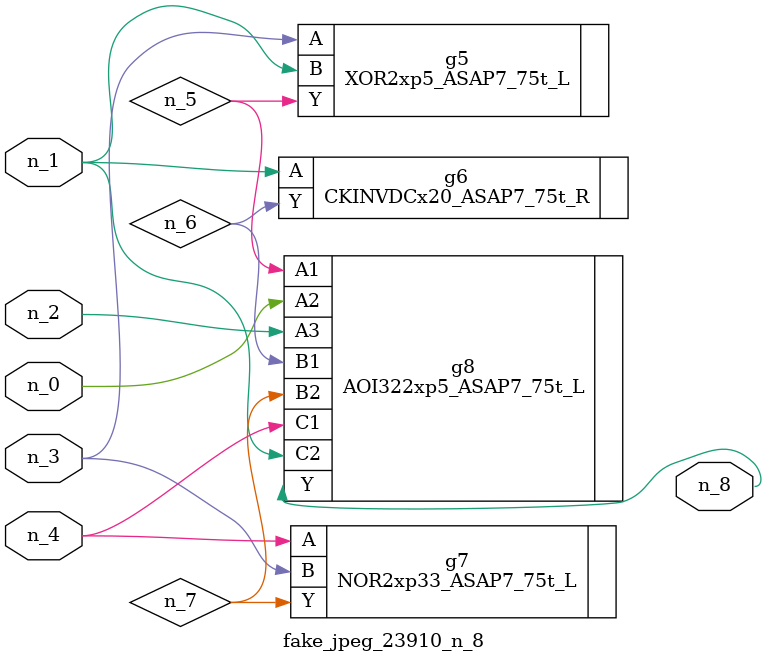
<source format=v>
module fake_jpeg_23910_n_8 (n_3, n_2, n_1, n_0, n_4, n_8);

input n_3;
input n_2;
input n_1;
input n_0;
input n_4;

output n_8;

wire n_6;
wire n_5;
wire n_7;

XOR2xp5_ASAP7_75t_L g5 ( 
.A(n_3),
.B(n_1),
.Y(n_5)
);

CKINVDCx20_ASAP7_75t_R g6 ( 
.A(n_1),
.Y(n_6)
);

NOR2xp33_ASAP7_75t_L g7 ( 
.A(n_4),
.B(n_3),
.Y(n_7)
);

AOI322xp5_ASAP7_75t_L g8 ( 
.A1(n_5),
.A2(n_0),
.A3(n_2),
.B1(n_6),
.B2(n_7),
.C1(n_4),
.C2(n_1),
.Y(n_8)
);


endmodule
</source>
